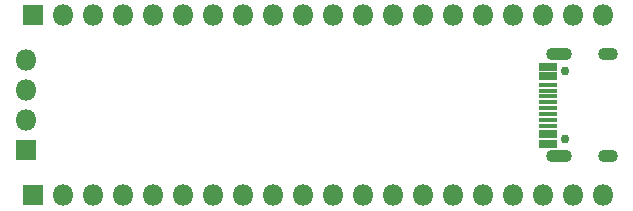
<source format=gbr>
%TF.GenerationSoftware,KiCad,Pcbnew,5.1.6+dfsg1-1*%
%TF.CreationDate,2020-08-25T14:06:05+08:00*%
%TF.ProjectId,gp,67702e6b-6963-4616-945f-706362585858,b*%
%TF.SameCoordinates,Original*%
%TF.FileFunction,Soldermask,Bot*%
%TF.FilePolarity,Negative*%
%FSLAX46Y46*%
G04 Gerber Fmt 4.6, Leading zero omitted, Abs format (unit mm)*
G04 Created by KiCad (PCBNEW 5.1.6+dfsg1-1) date 2020-08-25 14:06:05*
%MOMM*%
%LPD*%
G01*
G04 APERTURE LIST*
%ADD10R,1.550000X0.700000*%
%ADD11R,1.550000X0.400000*%
%ADD12O,2.200000X1.100000*%
%ADD13C,0.750000*%
%ADD14O,1.700000X1.100000*%
%ADD15O,1.800000X1.800000*%
%ADD16R,1.800000X1.800000*%
G04 APERTURE END LIST*
D10*
%TO.C,J1*%
X197250000Y-104850000D03*
X197250000Y-104050000D03*
X197250000Y-99150000D03*
X197250000Y-98350000D03*
X197250000Y-98350000D03*
X197250000Y-99150000D03*
X197250000Y-104050000D03*
X197250000Y-104850000D03*
D11*
X197250000Y-99850000D03*
X197250000Y-100350000D03*
X197250000Y-100850000D03*
X197250000Y-101850000D03*
X197250000Y-102350000D03*
X197250000Y-102850000D03*
X197250000Y-103350000D03*
X197250000Y-101350000D03*
D12*
X198165000Y-105920000D03*
X198165000Y-97280000D03*
D13*
X198695000Y-98710000D03*
D14*
X202345000Y-97280000D03*
D13*
X198695000Y-104490000D03*
D14*
X202345000Y-105920000D03*
%TD*%
D15*
%TO.C,J4*%
X153035000Y-97790000D03*
X153035000Y-100330000D03*
X153035000Y-102870000D03*
D16*
X153035000Y-105410000D03*
%TD*%
D15*
%TO.C,J3*%
X201930000Y-93980000D03*
X199390000Y-93980000D03*
X196850000Y-93980000D03*
X194310000Y-93980000D03*
X191770000Y-93980000D03*
X189230000Y-93980000D03*
X186690000Y-93980000D03*
X184150000Y-93980000D03*
X181610000Y-93980000D03*
X179070000Y-93980000D03*
X176530000Y-93980000D03*
X173990000Y-93980000D03*
X171450000Y-93980000D03*
X168910000Y-93980000D03*
X166370000Y-93980000D03*
X163830000Y-93980000D03*
X161290000Y-93980000D03*
X158750000Y-93980000D03*
X156210000Y-93980000D03*
D16*
X153670000Y-93980000D03*
%TD*%
D15*
%TO.C,J2*%
X201930000Y-109220000D03*
X199390000Y-109220000D03*
X196850000Y-109220000D03*
X194310000Y-109220000D03*
X191770000Y-109220000D03*
X189230000Y-109220000D03*
X186690000Y-109220000D03*
X184150000Y-109220000D03*
X181610000Y-109220000D03*
X179070000Y-109220000D03*
X176530000Y-109220000D03*
X173990000Y-109220000D03*
X171450000Y-109220000D03*
X168910000Y-109220000D03*
X166370000Y-109220000D03*
X163830000Y-109220000D03*
X161290000Y-109220000D03*
X158750000Y-109220000D03*
X156210000Y-109220000D03*
D16*
X153670000Y-109220000D03*
%TD*%
M02*

</source>
